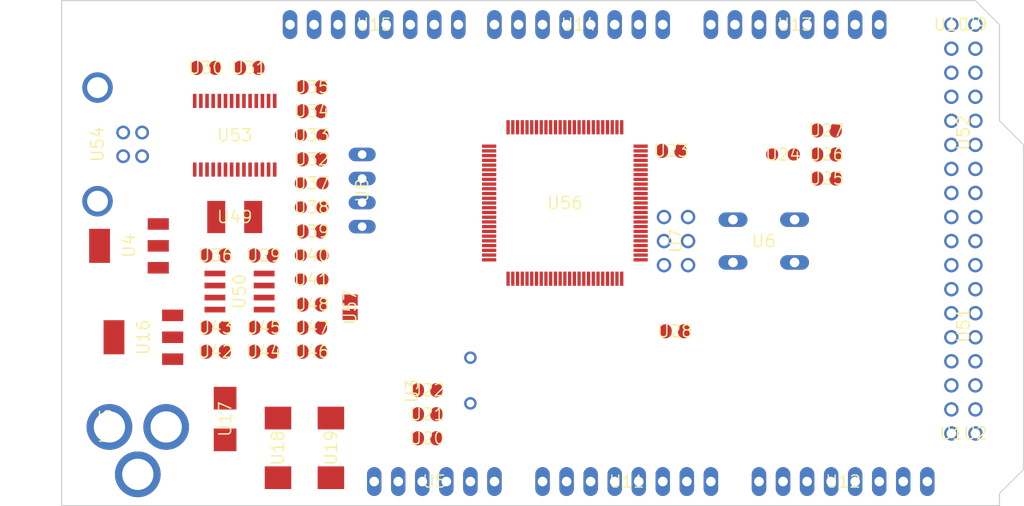
<source format=kicad_pcb>
(kicad_pcb (version 20221018) (generator pcbnew)
  (layers (0 "F.Cu" signal "Top") (31 "B.Cu" signal "Bottom") (34 "B.Paste" user) (35 "F.Paste" user) (36 "B.SilkS" user "B.Silkscreen") (37 "F.SilkS" user "F.Silkscreen") (38 "B.Mask" user) (39 "F.Mask" user) (44 "Edge.Cuts" user))
  (net 0 "")
  (net 1 "+5V")
  (net 2 "GND")
  (net 3 "N$6")
  (net 4 "N$7")
  (net 5 "AREF")
  (net 6 "RESET")
  (net 7 "VIN")
  (net 8 "N$3")
  (net 9 "PWRIN")
  (net 10 "M8RXD")
  (net 11 "M8TXD")
  (net 12 "ADC0")
  (net 13 "ADC2")
  (net 14 "ADC1")
  (net 15 "ADC3")
  (net 16 "ADC4")
  (net 17 "ADC5")
  (net 18 "ADC6")
  (net 19 "ADC7")
  (net 20 "+3V3")
  (net 21 "SDA")
  (net 22 "SCL")
  (net 23 "ADC9")
  (net 24 "ADC8")
  (net 25 "ADC10")
  (net 26 "ADC11")
  (net 27 "ADC12")
  (net 28 "ADC13")
  (net 29 "ADC14")
  (net 30 "ADC15")
  (net 31 "PB3")
  (net 32 "PB2")
  (net 33 "PB1")
  (net 34 "PB5")
  (net 35 "PB4")
  (net 36 "PE5")
  (net 37 "PE4")
  (net 38 "PE3")
  (net 39 "PE1")
  (net 40 "PE0")
  (net 41 "N$15")
  (net 42 "N$53")
  (net 43 "N$54")
  (net 44 "N$55")
  (net 45 "D-")
  (net 46 "D+")
  (net 47 "N$60")
  (net 48 "DTR")
  (net 49 "USBVCC")
  (net 50 "N$2")
  (net 51 "N$4")
  (net 52 "GATE_CMD")
  (net 53 "CMP")
  (net 54 "PB6")
  (net 55 "PH3")
  (net 56 "PH4")
  (net 57 "PH5")
  (net 58 "PH6")
  (net 59 "PG5")
  (net 60 "RXD1")
  (net 61 "TXD1")
  (net 62 "RXD2")
  (net 63 "RXD3")
  (net 64 "TXD2")
  (net 65 "TXD3")
  (net 66 "PC0")
  (net 67 "PC1")
  (net 68 "PC2")
  (net 69 "PC3")
  (net 70 "PC4")
  (net 71 "PC5")
  (net 72 "PC6")
  (net 73 "PC7")
  (net 74 "PB0")
  (net 75 "PG0")
  (net 76 "PG1")
  (net 77 "PG2")
  (net 78 "PD7")
  (net 79 "PA0")
  (net 80 "PA1")
  (net 81 "PA2")
  (net 82 "PA3")
  (net 83 "PA4")
  (net 84 "PA5")
  (net 85 "PA6")
  (net 86 "PA7")
  (net 87 "PL0")
  (net 88 "PL1")
  (net 89 "PL2")
  (net 90 "PL3")
  (net 91 "PL4")
  (net 92 "PL5")
  (net 93 "PL6")
  (net 94 "PL7")
  (net 95 "PB7")
  (net 96 "CTS")
  (net 97 "DSR")
  (net 98 "DCD")
  (net 99 "RI")
  (footprint "Arduino_MEGA_Reference_Design:2X03" (layer "F.Cu") (at 162.5981 103.7336 -90)
    (fp_text reference "U7")
    (fp_text value "")
  )
  (footprint "Arduino_MEGA_Reference_Design:1X08" (layer "F.Cu") (at 152.3111 80.8736 180)
    (fp_text reference "U14")
    (fp_text value "")
  )
  (footprint "Arduino_MEGA_Reference_Design:1X08" (layer "F.Cu") (at 130.7211 80.8736 180)
    (fp_text reference "U15")
    (fp_text value "")
  )
  (footprint "Arduino_MEGA_Reference_Design:SMC_D" (layer "F.Cu") (at 120.5611 125.5776 -90)
    (fp_text reference "U18")
    (fp_text value "")
  )
  (footprint "Arduino_MEGA_Reference_Design:SMC_D" (layer "F.Cu") (at 126.1491 125.5776 -90)
    (fp_text reference "U19")
    (fp_text value "")
  )
  (footprint "Arduino_MEGA_Reference_Design:B3F-10XX" (layer "F.Cu") (at 171.8691 103.7336 180)
    (fp_text reference "U6")
    (fp_text value "")
  )
  (footprint "Arduino_MEGA_Reference_Design:0805RND" (layer "F.Cu") (at 173.9011 94.5896 180)
    (fp_text reference "U24")
    (fp_text value "")
  )
  (footprint "Arduino_MEGA_Reference_Design:SMB" (layer "F.Cu") (at 114.9731 122.5296 -90)
    (fp_text reference "U17")
    (fp_text value "")
  )
  (footprint "Arduino_MEGA_Reference_Design:DC-21MM" (layer "F.Cu") (at 103.0351 123.2916 90)
    (fp_text reference "U55")
    (fp_text value "")
  )
  (footprint "Arduino_MEGA_Reference_Design:HC49_S" (layer "F.Cu") (at 140.8811 118.4656 90)
    (fp_text reference "U3")
    (fp_text value "")
  )
  (footprint "Arduino_MEGA_Reference_Design:SOT223" (layer "F.Cu") (at 106.3371 113.8936 90)
    (fp_text reference "U16")
    (fp_text value "")
  )
  (footprint "Arduino_MEGA_Reference_Design:1X06" (layer "F.Cu") (at 137.0711 129.1336)
    (fp_text reference "U5")
    (fp_text value "")
  )
  (footprint "Arduino_MEGA_Reference_Design:C0805RND" (layer "F.Cu") (at 124.1171 87.4776)
    (fp_text reference "U35")
    (fp_text value "")
  )
  (footprint "Arduino_MEGA_Reference_Design:C0805RND" (layer "F.Cu") (at 162.4711 113.2586)
    (fp_text reference "U28")
    (fp_text value "")
  )
  (footprint "Arduino_MEGA_Reference_Design:C0805RND" (layer "F.Cu") (at 136.3091 122.0216)
    (fp_text reference "U21")
    (fp_text value "")
  )
  (footprint "Arduino_MEGA_Reference_Design:C0805RND" (layer "F.Cu") (at 136.3091 119.4816)
    (fp_text reference "U22")
    (fp_text value "")
  )
  (footprint "Arduino_MEGA_Reference_Design:C0805RND" (layer "F.Cu") (at 113.9571 112.8776)
    (fp_text reference "U43")
    (fp_text value "")
  )
  (footprint "Arduino_MEGA_Reference_Design:RCL_0805RND" (layer "F.Cu") (at 124.1171 105.2576)
    (fp_text reference "U40")
    (fp_text value "")
  )
  (footprint "Arduino_MEGA_Reference_Design:RCL_0805RND" (layer "F.Cu") (at 124.1171 107.7976)
    (fp_text reference "U41")
    (fp_text value "")
  )
  (footprint "Arduino_MEGA_Reference_Design:1X08" (layer "F.Cu") (at 157.3911 129.1336)
    (fp_text reference "U11")
    (fp_text value "")
  )
  (footprint "Arduino_MEGA_Reference_Design:1X08" (layer "F.Cu") (at 175.1711 80.8736 180)
    (fp_text reference "U13")
    (fp_text value "")
  )
  (footprint "Arduino_MEGA_Reference_Design:R0805RND" (layer "F.Cu") (at 178.4731 94.5896 180)
    (fp_text reference "U26")
    (fp_text value "")
  )
  (footprint "Arduino_MEGA_Reference_Design:R0805RND" (layer "F.Cu") (at 178.4731 92.0496 180)
    (fp_text reference "U27")
    (fp_text value "")
  )
  (footprint "Arduino_MEGA_Reference_Design:TQFP100" (layer "F.Cu") (at 150.86109924316406 99.71343231201172 0)
    (fp_text reference "U56")
    (fp_text value "")
  )
  (footprint "Arduino_MEGA_Reference_Design:C0805RND" (layer "F.Cu") (at 162.0901 94.2086 180)
    (fp_text reference "U23")
    (fp_text value "")
  )
  (footprint "Arduino_MEGA_Reference_Design:C0805RND" (layer "F.Cu") (at 136.3091 124.5616)
    (fp_text reference "U20")
    (fp_text value "")
  )
  (footprint "Arduino_MEGA_Reference_Design:1X08" (layer "F.Cu") (at 180.2511 129.1336)
    (fp_text reference "U12")
    (fp_text value "")
  )
  (footprint "Arduino_MEGA_Reference_Design:R0805RND" (layer "F.Cu") (at 124.1171 112.8776)
    (fp_text reference "U47")
    (fp_text value "")
  )
  (footprint "Arduino_MEGA_Reference_Design:C0805RND" (layer "F.Cu") (at 124.1171 115.4176)
    (fp_text reference "U46")
    (fp_text value "")
  )
  (footprint "Arduino_MEGA_Reference_Design:C0805RND" (layer "F.Cu") (at 113.9571 105.2576)
    (fp_text reference "U36")
    (fp_text value "")
  )
  (footprint "Arduino_MEGA_Reference_Design:C0805RND" (layer "F.Cu") (at 112.9411 85.4456)
    (fp_text reference "U30")
    (fp_text value "")
  )
  (footprint "Arduino_MEGA_Reference_Design:0805RND" (layer "F.Cu") (at 124.1171 100.1776 180)
    (fp_text reference "U38")
    (fp_text value "")
  )
  (footprint "Arduino_MEGA_Reference_Design:0805RND" (layer "F.Cu") (at 124.1171 97.6376 180)
    (fp_text reference "U37")
    (fp_text value "")
  )
  (footprint "Arduino_MEGA_Reference_Design:R0805RND" (layer "F.Cu") (at 124.1171 95.0976)
    (fp_text reference "U32")
    (fp_text value "")
  )
  (footprint "Arduino_MEGA_Reference_Design:R0805RND" (layer "F.Cu") (at 124.1171 102.7176)
    (fp_text reference "U39")
    (fp_text value "")
  )
  (footprint "Arduino_MEGA_Reference_Design:SSOP28" (layer "F.Cu") (at 115.9891 92.5576)
    (fp_text reference "U53")
    (fp_text value "")
  )
  (footprint "Arduino_MEGA_Reference_Design:PN61729" (layer "F.Cu") (at 98.9584 93.5228 -90)
    (fp_text reference "U54")
    (fp_text value "")
  )
  (footprint "Arduino_MEGA_Reference_Design:L1812" (layer "F.Cu") (at 115.9891 101.1936)
    (fp_text reference "U49")
    (fp_text value "")
  )
  (footprint "Arduino_MEGA_Reference_Design:C0805RND" (layer "F.Cu") (at 117.5131 85.4456)
    (fp_text reference "U31")
    (fp_text value "")
  )
  (footprint "Arduino_MEGA_Reference_Design:0805RND" (layer "F.Cu") (at 124.1171 92.5576 180)
    (fp_text reference "U33")
    (fp_text value "")
  )
  (footprint "Arduino_MEGA_Reference_Design:R0805RND" (layer "F.Cu") (at 124.1171 90.0176 180)
    (fp_text reference "U34")
    (fp_text value "")
  )
  (footprint "Arduino_MEGA_Reference_Design:C0805RND" (layer "F.Cu") (at 124.1171 110.4392 180)
    (fp_text reference "U48")
    (fp_text value "")
  )
  (footprint "Arduino_MEGA_Reference_Design:SOT223" (layer "F.Cu") (at 104.8131 104.2416 90)
    (fp_text reference "U4")
    (fp_text value "")
  )
  (footprint "Arduino_MEGA_Reference_Design:SO08" (layer "F.Cu") (at 116.4971 109.0676 -90)
    (fp_text reference "U50")
    (fp_text value "")
  )
  (footprint "Arduino_MEGA_Reference_Design:R0805RND" (layer "F.Cu") (at 113.9571 115.4176 180)
    (fp_text reference "U42")
    (fp_text value "")
  )
  (footprint "Arduino_MEGA_Reference_Design:R0805RND" (layer "F.Cu") (at 119.0371 112.8776 180)
    (fp_text reference "U45")
    (fp_text value "")
  )
  (footprint "Arduino_MEGA_Reference_Design:C0805RND" (layer "F.Cu") (at 119.0371 115.4176 180)
    (fp_text reference "U44")
    (fp_text value "")
  )
  (footprint "Arduino_MEGA_Reference_Design:C0805RND" (layer "F.Cu") (at 119.0371 105.2576)
    (fp_text reference "U29")
    (fp_text value "")
  )
  (footprint "Arduino_MEGA_Reference_Design:2X08" (layer "F.Cu") (at 192.9511 92.3036 90)
    (fp_text reference "U52")
    (fp_text value "")
  )
  (footprint "Arduino_MEGA_Reference_Design:2X08" (layer "F.Cu") (at 192.9511 112.6236 90)
    (fp_text reference "U51")
    (fp_text value "")
  )
  (footprint "Arduino_MEGA_Reference_Design:R0805RND" (layer "F.Cu") (at 178.4731 97.1296 180)
    (fp_text reference "U25")
    (fp_text value "")
  )
  (footprint "Arduino_MEGA_Reference_Design:1X01" (layer "F.Cu") (at 191.6811 80.8736)
    (fp_text reference "U10")
    (fp_text value "")
  )
  (footprint "Arduino_MEGA_Reference_Design:1X01" (layer "F.Cu") (at 194.2211 80.8736)
    (fp_text reference "U9")
    (fp_text value "")
  )
  (footprint "Arduino_MEGA_Reference_Design:1X01" (layer "F.Cu") (at 191.6811 124.0536)
    (fp_text reference "U1")
    (fp_text value "")
  )
  (footprint "Arduino_MEGA_Reference_Design:1X01" (layer "F.Cu") (at 194.2211 124.0536)
    (fp_text reference "U2")
    (fp_text value "")
  )
  (footprint "Arduino_MEGA_Reference_Design:SJ" (layer "F.Cu") (at 128.1811 110.7186 -90)
    (fp_text reference "U57")
    (fp_text value "")
  )
  (footprint "Arduino_MEGA_Reference_Design:JP4" (layer "F.Cu") (at 129.4511 98.3996 -90)
    (fp_text reference "U8")
    (fp_text value "")
  )
  (gr_line (start 196.7611 80.8736) (end 196.7611 91.0336) (layer "Edge.Cuts") (width 0.12))
  (gr_line (start 196.7611 130.4036) (end 196.7611 131.6736) (layer "Edge.Cuts") (width 0.12))
  (gr_line (start 194.2211 78.3336) (end 196.7611 80.8736) (layer "Edge.Cuts") (width 0.12))
  (gr_line (start 97.7011 78.3336) (end 194.2211 78.3336) (layer "Edge.Cuts") (width 0.12))
  (gr_line (start 196.7611 91.0336) (end 199.3011 93.5736) (layer "Edge.Cuts") (width 0.12))
  (gr_line (start 97.7011 131.6736) (end 97.7011 78.3336) (layer "Edge.Cuts") (width 0.12))
  (gr_line (start 196.7611 131.6736) (end 97.7011 131.6736) (layer "Edge.Cuts") (width 0.12))
  (gr_line (start 199.3011 93.5736) (end 199.3011 127.8636) (layer "Edge.Cuts") (width 0.12))
  (gr_line (start 199.3011 127.8636) (end 196.7611 130.4036) (layer "Edge.Cuts") (width 0.12))
)
</source>
